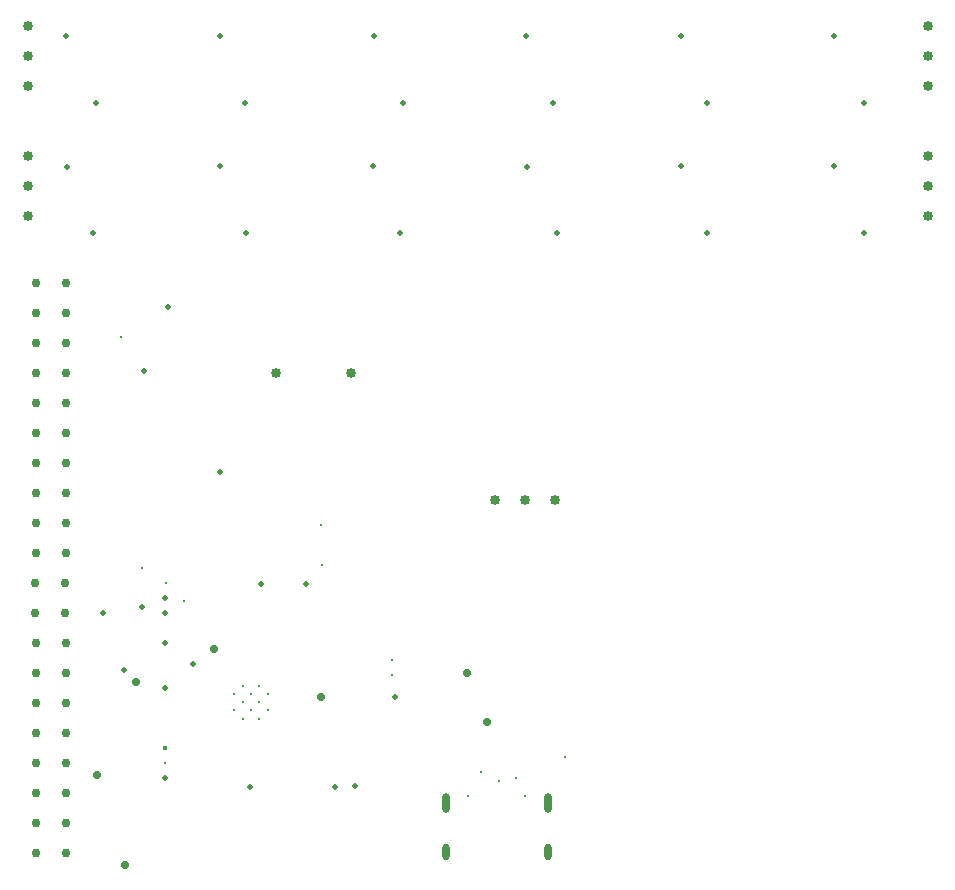
<source format=gbr>
%TF.GenerationSoftware,Altium Limited,Altium Designer,24.0.1 (36)*%
G04 Layer_Color=0*
%FSLAX45Y45*%
%MOMM*%
%TF.SameCoordinates,4F873DDA-DFB5-4AF5-B95A-0F2F78DC07CA*%
%TF.FilePolarity,Positive*%
%TF.FileFunction,Plated,1,2,PTH,Drill*%
%TF.Part,Single*%
G01*
G75*
%TA.AperFunction,ComponentDrill*%
%ADD113C,0.85000*%
%ADD114C,0.85000*%
%ADD115C,0.20000*%
%ADD116C,0.75001*%
%ADD117O,0.60000X1.70000*%
%ADD118O,0.60000X1.40000*%
%TA.AperFunction,ViaDrill,NotFilled*%
%ADD119C,0.50000*%
%ADD120C,0.71120*%
%ADD121C,0.30000*%
%ADD122C,0.70000*%
%ADD123C,0.40000*%
D113*
X4136000Y3240000D02*
D03*
X4390000D02*
D03*
X4644000D02*
D03*
X2282500Y4320000D02*
D03*
X2917500D02*
D03*
D114*
X7800000Y6154000D02*
D03*
X180000D02*
D03*
Y6746000D02*
D03*
Y7000000D02*
D03*
Y7254000D02*
D03*
X7800000Y6746000D02*
D03*
Y7000000D02*
D03*
Y7254000D02*
D03*
X180000Y5646000D02*
D03*
Y5900000D02*
D03*
X7800000Y5646000D02*
D03*
Y5900000D02*
D03*
D115*
X2070000Y1460000D02*
D03*
X1930000D02*
D03*
X2210000D02*
D03*
X1930000Y1600000D02*
D03*
X2070000D02*
D03*
X2210000D02*
D03*
X2000000Y1390000D02*
D03*
X2140000D02*
D03*
X2000000Y1530000D02*
D03*
X2140000D02*
D03*
X2000000Y1670000D02*
D03*
X2140000D02*
D03*
D116*
X506000Y2794000D02*
D03*
X252000D02*
D03*
X506000Y3048000D02*
D03*
X252000D02*
D03*
X506000Y3302000D02*
D03*
X252000D02*
D03*
X506000Y3556000D02*
D03*
X252000D02*
D03*
X506000Y3810000D02*
D03*
X252000D02*
D03*
X506000Y4064000D02*
D03*
X252000D02*
D03*
X506000Y4318000D02*
D03*
X252000D02*
D03*
X506000Y4572000D02*
D03*
X252000D02*
D03*
X506000Y4826000D02*
D03*
X252000D02*
D03*
X506000Y5080000D02*
D03*
X252000D02*
D03*
X242840Y2537415D02*
D03*
X496840D02*
D03*
X242840Y2283415D02*
D03*
X496840D02*
D03*
X252000Y2032000D02*
D03*
X506000D02*
D03*
X252000Y1778000D02*
D03*
X506000D02*
D03*
X252000Y1524000D02*
D03*
X506000D02*
D03*
X252000Y1270000D02*
D03*
X506000D02*
D03*
X252000Y1016000D02*
D03*
X506000D02*
D03*
X252000Y762000D02*
D03*
X506000D02*
D03*
X252000Y508000D02*
D03*
X506000D02*
D03*
X252000Y254000D02*
D03*
X506000D02*
D03*
D117*
X4582000Y678000D02*
D03*
X3718000D02*
D03*
D118*
X4582000Y260000D02*
D03*
X3718000D02*
D03*
D119*
X730150Y5500000D02*
D03*
X510000Y6060000D02*
D03*
X2030150Y5500000D02*
D03*
X1810000Y6070000D02*
D03*
X3330000Y5500000D02*
D03*
X3100000Y6070000D02*
D03*
X4660300Y5500000D02*
D03*
X4410000Y6060000D02*
D03*
X5930150Y5500000D02*
D03*
X5710000Y6070000D02*
D03*
X7260300Y5500000D02*
D03*
X7010000Y6070000D02*
D03*
X7260300Y6600000D02*
D03*
X7010000Y7170000D02*
D03*
X5930000Y6600000D02*
D03*
X5710000Y7170000D02*
D03*
X4630150Y6600000D02*
D03*
X4400000Y7170000D02*
D03*
X3360300Y6600000D02*
D03*
X3110000Y7170000D02*
D03*
X1805000Y7170000D02*
D03*
X2020000Y6600000D02*
D03*
X505000Y7170000D02*
D03*
X760300Y6600000D02*
D03*
X2950000Y820000D02*
D03*
X2780000Y810000D02*
D03*
X3290000Y1570000D02*
D03*
X2057400Y812800D02*
D03*
X990600Y1803400D02*
D03*
X1574800Y1854200D02*
D03*
X1160000Y4330000D02*
D03*
X1363200Y4873980D02*
D03*
X1345000Y885000D02*
D03*
Y2409000D02*
D03*
Y2282000D02*
D03*
X1143000Y2336800D02*
D03*
X812800Y2286000D02*
D03*
X1803400Y3479800D02*
D03*
X2156500Y2534000D02*
D03*
X2537500D02*
D03*
X1345000Y2028000D02*
D03*
Y1647000D02*
D03*
D120*
X1000000Y155000D02*
D03*
X3901000Y1777536D02*
D03*
X4070000Y1360000D02*
D03*
X2660000Y1570000D02*
D03*
D121*
X3260000Y1760000D02*
D03*
Y1890000D02*
D03*
X1143000Y2667000D02*
D03*
X1346200Y2540000D02*
D03*
X1498600Y2387600D02*
D03*
X965200Y4622800D02*
D03*
X2660000Y3031400D02*
D03*
X2667000Y2692400D02*
D03*
X1345000Y1012000D02*
D03*
X4013200Y939800D02*
D03*
X4724400Y1066800D02*
D03*
X4315000Y889000D02*
D03*
X4390000Y735500D02*
D03*
X3910000Y736600D02*
D03*
X4170700Y863600D02*
D03*
D122*
X1100000Y1700000D02*
D03*
X1752600Y1981200D02*
D03*
X762000Y914400D02*
D03*
D123*
X1345000Y1139000D02*
D03*
%TF.MD5,78b71a54c164295d4d642e82882073bf*%
M02*

</source>
